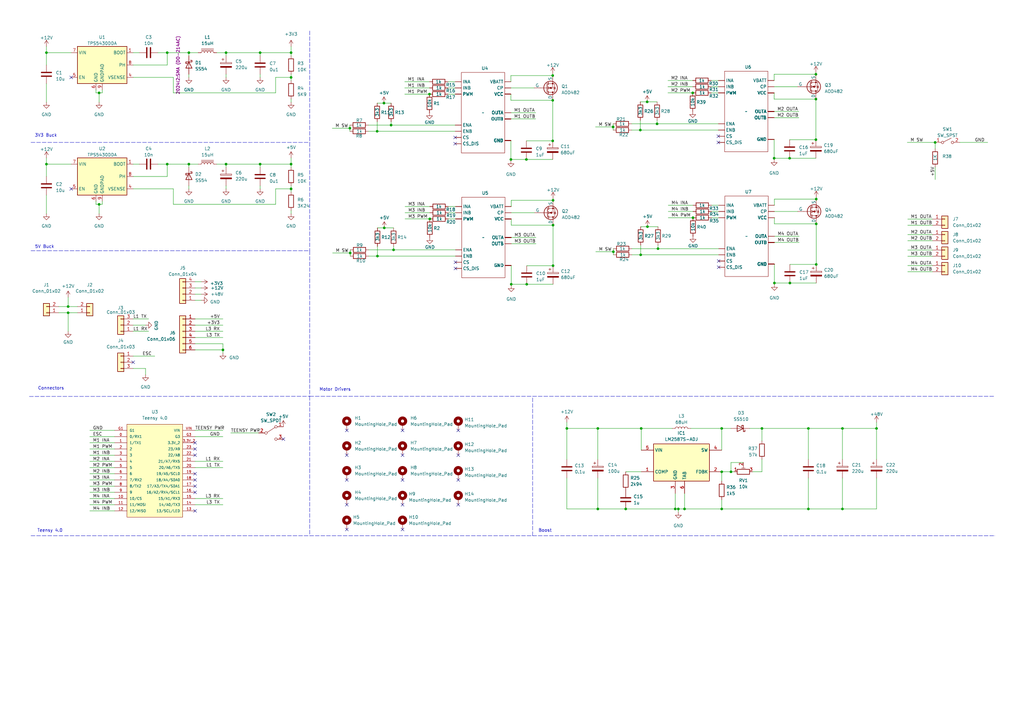
<source format=kicad_sch>
(kicad_sch (version 20230121) (generator eeschema)
  (paper "A3")
  (title_block (company "Sentinels Robotics"))
  (junction (at 119.38 67.31))
  (junction (at 269.875 101.981))
  (junction (at 77.47 67.31))
  (junction (at 312.5105 175.7275))
  (junction (at 154.813 105.029))
  (junction (at 209.55 65.405))
  (junction (at 245.2005 208.7475))
  (junction (at 284.226 89.281))
  (junction (at 27.94 125.73))
  (junction (at 296.0005 175.7275))
  (junction (at 334.772 108.458))
  (junction (at 157.48 42.291))
  (junction (at 317.5 64.897))
  (junction (at 251.587 103.251))
  (junction (at 345.5305 208.7475))
  (junction (at 160.401 51.308))
  (junction (at 209.677 116.586))
  (junction (at 77.47 21.59))
  (junction (at 284.099 38.1))
  (junction (at 278.2205 208.7475))
  (junction (at 265.557 92.964))
  (junction (at 317.627 116.078))
  (junction (at 334.645 40.64))
  (junction (at 143.637 103.759))
  (junction (at 331.5605 175.7275))
  (junction (at 334.772 81.661))
  (junction (at 334.772 91.821))
  (junction (at 383.54 58.42))
  (junction (at 92.71 21.59))
  (junction (at 157.607 93.472))
  (junction (at 216.027 116.586))
  (junction (at 280.7605 208.7475))
  (junction (at 323.85 64.897))
  (junction (at 119.38 21.59))
  (junction (at 296.0005 208.7475))
  (junction (at 19.05 21.59))
  (junction (at 262.636 53.34))
  (junction (at 345.5305 175.7275))
  (junction (at 19.05 67.31))
  (junction (at 245.2005 175.7275))
  (junction (at 262.763 104.521))
  (junction (at 176.276 89.789))
  (junction (at 232.5005 175.7275))
  (junction (at 334.645 30.48))
  (junction (at 331.5605 208.7475))
  (junction (at 119.38 31.75))
  (junction (at 40.64 38.1))
  (junction (at 296.0005 193.5075))
  (junction (at 359.5005 175.7275))
  (junction (at 119.38 77.47))
  (junction (at 226.822 108.966))
  (junction (at 40.64 83.82))
  (junction (at 265.43 41.783))
  (junction (at 143.51 52.578))
  (junction (at 226.695 57.785))
  (junction (at 226.822 92.329))
  (junction (at 27.94 128.27))
  (junction (at 68.58 67.31))
  (junction (at 262.9805 175.7275))
  (junction (at 334.645 57.277))
  (junction (at 154.686 53.848))
  (junction (at 215.9 65.405))
  (junction (at 323.977 116.078))
  (junction (at 269.494 50.8))
  (junction (at 176.149 38.608))
  (junction (at 226.695 30.988))
  (junction (at 256.6305 208.7475))
  (junction (at 106.68 67.31))
  (junction (at 106.68 21.59))
  (junction (at 92.71 67.31))
  (junction (at 68.58 21.59))
  (junction (at 226.695 41.148))
  (junction (at 299.8105 193.5075))
  (junction (at 251.46 52.07))
  (junction (at 161.417 102.489))
  (junction (at 276.9505 208.7475))
  (junction (at 226.822 82.169))
  (junction (at 91.44 143.51))
  (no_connect (at 54.61 148.59))
  (no_connect (at 294.64 58.42))
  (no_connect (at 186.817 107.569))
  (no_connect (at 142.24 196.85))
  (no_connect (at 294.767 107.061))
  (no_connect (at 165.1 217.17))
  (no_connect (at 80.01 209.55))
  (no_connect (at 116.2285 180.1169))
  (no_connect (at 80.01 184.15))
  (no_connect (at 142.24 186.69))
  (no_connect (at 187.96 176.53))
  (no_connect (at 29.21 31.75))
  (no_connect (at 142.24 207.01))
  (no_connect (at 142.24 217.17))
  (no_connect (at 142.24 176.53))
  (no_connect (at 80.01 181.61))
  (no_connect (at 80.01 186.69))
  (no_connect (at 187.96 196.85))
  (no_connect (at 186.69 58.928))
  (no_connect (at 165.1 176.53))
  (no_connect (at 165.1 207.01))
  (no_connect (at 294.64 55.88))
  (no_connect (at 186.69 56.388))
  (no_connect (at 165.1 196.85))
  (no_connect (at 80.01 194.31))
  (no_connect (at 80.01 201.93))
  (no_connect (at 80.01 199.39))
  (no_connect (at 187.96 186.69))
  (no_connect (at 165.1 186.69))
  (no_connect (at 187.96 207.01))
  (no_connect (at 186.817 110.109))
  (no_connect (at 80.01 196.85))
  (no_connect (at 29.21 77.47))
  (no_connect (at 294.767 109.601))
  (wire (pts (xy 92.71 30.48) (xy 92.71 31.75)))
  (polyline (pts (xy 12.7 102.87) (xy 127 102.87)) (stroke (width 0) (type dash)))
  (wire (pts (xy 345.5305 175.7275) (xy 359.5005 175.7275)))
  (wire (pts (xy 219.202 87.249) (xy 209.677 87.249)))
  (wire (pts (xy 157.607 93.472) (xy 161.417 93.472)))
  (wire (pts (xy 262.9805 184.6175) (xy 262.9805 175.7275)))
  (wire (pts (xy 19.05 80.01) (xy 19.05 87.63)))
  (wire (pts (xy 372.2999 111.4466) (xy 382.4599 111.4466)))
  (wire (pts (xy 27.94 128.27) (xy 27.94 135.89)))
  (wire (pts (xy 27.94 121.92) (xy 27.94 125.73)))
  (wire (pts (xy 262.636 49.403) (xy 262.636 53.34)))
  (wire (pts (xy 327.025 35.56) (xy 317.5 35.56)))
  (wire (pts (xy 183.769 36.068) (xy 186.69 36.068)))
  (wire (pts (xy 331.5605 175.7275) (xy 331.5605 188.4275)))
  (wire (pts (xy 82.55 115.57) (xy 80.01 115.57)))
  (wire (pts (xy 106.68 67.31) (xy 106.68 68.58)))
  (wire (pts (xy 91.44 140.97) (xy 80.01 140.97)))
  (wire (pts (xy 80.01 179.07) (xy 91.44 179.07)))
  (wire (pts (xy 19.05 67.31) (xy 19.05 72.39)))
  (wire (pts (xy 39.37 83.82) (xy 40.64 83.82)))
  (wire (pts (xy 280.7605 202.3975) (xy 280.7605 208.7475)))
  (wire (pts (xy 46.99 189.23) (xy 36.83 189.23)))
  (wire (pts (xy 80.01 191.77) (xy 91.44 191.77)))
  (wire (pts (xy 40.64 41.91) (xy 40.64 38.1)))
  (wire (pts (xy 183.769 33.528) (xy 186.69 33.528)))
  (wire (pts (xy 269.494 50.8) (xy 294.64 50.8)))
  (wire (pts (xy 41.91 83.82) (xy 40.64 83.82)))
  (wire (pts (xy 262.636 41.783) (xy 265.43 41.783)))
  (wire (pts (xy 119.38 64.77) (xy 119.38 67.31)))
  (wire (pts (xy 154.813 105.029) (xy 186.817 105.029)))
  (wire (pts (xy 291.846 84.201) (xy 294.767 84.201)))
  (wire (pts (xy 259.207 104.521) (xy 262.763 104.521)))
  (wire (pts (xy 165.989 36.068) (xy 176.149 36.068)))
  (wire (pts (xy 317.627 116.078) (xy 317.627 108.331)))
  (wire (pts (xy 46.99 181.61) (xy 36.83 181.61)))
  (wire (pts (xy 291.719 33.02) (xy 294.64 33.02)))
  (wire (pts (xy 77.47 67.31) (xy 77.47 68.58)))
  (wire (pts (xy 27.94 128.27) (xy 31.75 128.27)))
  (wire (pts (xy 296.0005 204.9375) (xy 296.0005 208.7475)))
  (wire (pts (xy 80.01 133.35) (xy 91.44 133.35)))
  (wire (pts (xy 284.099 33.02) (xy 273.939 33.02)))
  (wire (pts (xy 317.5 30.48) (xy 334.645 30.48)))
  (wire (pts (xy 334.645 29.718) (xy 334.645 30.48)))
  (wire (pts (xy 262.763 92.964) (xy 265.557 92.964)))
  (wire (pts (xy 262.636 53.34) (xy 294.64 53.34)))
  (wire (pts (xy 209.677 82.169) (xy 209.677 84.709)))
  (wire (pts (xy 274.066 86.741) (xy 284.226 86.741)))
  (wire (pts (xy 119.38 86.36) (xy 119.38 87.63)))
  (wire (pts (xy 54.61 31.75) (xy 71.12 31.75)))
  (wire (pts (xy 317.627 89.281) (xy 317.627 91.821)))
  (wire (pts (xy 301.0805 193.5075) (xy 299.8105 193.5075)))
  (wire (pts (xy 372.2999 96.2066) (xy 382.4599 96.2066)))
  (wire (pts (xy 209.677 116.586) (xy 216.027 116.586)))
  (wire (pts (xy 54.61 26.67) (xy 68.58 26.67)))
  (wire (pts (xy 119.38 30.48) (xy 119.38 31.75)))
  (wire (pts (xy 183.896 84.709) (xy 186.817 84.709)))
  (wire (pts (xy 154.686 53.848) (xy 186.69 53.848)))
  (wire (pts (xy 209.677 97.409) (xy 219.837 97.409)))
  (wire (pts (xy 46.99 184.15) (xy 36.83 184.15)))
  (wire (pts (xy 209.55 65.405) (xy 209.55 57.658)))
  (wire (pts (xy 269.875 101.981) (xy 294.767 101.981)))
  (wire (pts (xy 36.83 209.55) (xy 46.99 209.55)))
  (wire (pts (xy 113.03 31.75) (xy 119.38 31.75)))
  (wire (pts (xy 284.226 89.281) (xy 274.066 89.281)))
  (wire (pts (xy 393.7 58.42) (xy 405.13 58.42)))
  (wire (pts (xy 209.55 65.405) (xy 215.9 65.405)))
  (wire (pts (xy 91.44 143.51) (xy 80.01 143.51)))
  (polyline (pts (xy 218.44 219.71) (xy 218.44 162.56)) (stroke (width 0) (type dash)))
  (wire (pts (xy 71.12 77.47) (xy 71.12 83.82)))
  (wire (pts (xy 317.627 91.821) (xy 334.772 91.821)))
  (wire (pts (xy 41.91 36.83) (xy 41.91 38.1)))
  (wire (pts (xy 284.099 38.1) (xy 273.939 38.1)))
  (wire (pts (xy 54.61 72.39) (xy 68.58 72.39)))
  (wire (pts (xy 215.9 57.785) (xy 226.695 57.785)))
  (wire (pts (xy 251.46 52.07) (xy 244.221 52.07)))
  (wire (pts (xy 317.627 116.586) (xy 317.627 116.078)))
  (polyline (pts (xy 127 162.56) (xy 127 219.71)) (stroke (width 0) (type dash)))
  (wire (pts (xy 92.71 67.31) (xy 106.68 67.31)))
  (polyline (pts (xy 127 12.7) (xy 127 58.42)) (stroke (width 0) (type dash)))
  (wire (pts (xy 245.2005 208.7475) (xy 245.2005 196.0475)))
  (wire (pts (xy 80.01 207.01) (xy 91.44 207.01)))
  (wire (pts (xy 226.822 108.966) (xy 226.822 92.329)))
  (polyline (pts (xy 127 102.87) (xy 127 162.56)) (stroke (width 0) (type dash)))
  (wire (pts (xy 80.01 135.89) (xy 91.44 135.89)))
  (wire (pts (xy 46.99 207.01) (xy 36.83 207.01)))
  (wire (pts (xy 176.276 84.709) (xy 166.116 84.709)))
  (wire (pts (xy 251.46 50.8) (xy 251.46 52.07)))
  (wire (pts (xy 36.83 176.53) (xy 46.99 176.53)))
  (wire (pts (xy 151.13 53.848) (xy 154.686 53.848)))
  (wire (pts (xy 317.5 48.26) (xy 327.66 48.26)))
  (wire (pts (xy 71.12 83.82) (xy 113.03 83.82)))
  (wire (pts (xy 39.37 38.1) (xy 40.64 38.1)))
  (wire (pts (xy 41.91 82.55) (xy 41.91 83.82)))
  (wire (pts (xy 345.5305 175.7275) (xy 331.5605 175.7275)))
  (wire (pts (xy 280.7605 208.7475) (xy 278.2205 208.7475)))
  (wire (pts (xy 46.99 204.47) (xy 36.83 204.47)))
  (wire (pts (xy 232.5005 175.7275) (xy 245.2005 175.7275)))
  (wire (pts (xy 64.77 21.59) (xy 68.58 21.59)))
  (wire (pts (xy 80.01 176.53) (xy 91.44 176.53)))
  (wire (pts (xy 359.5005 175.7275) (xy 359.5005 173.1875)))
  (wire (pts (xy 82.55 120.65) (xy 80.01 120.65)))
  (wire (pts (xy 119.38 40.64) (xy 119.38 41.91)))
  (wire (pts (xy 226.695 30.226) (xy 226.695 30.988)))
  (wire (pts (xy 312.5105 175.7275) (xy 312.5105 180.8075)))
  (polyline (pts (xy 407.995 219.711) (xy 407.995 219.7138)))
  (wire (pts (xy 91.44 143.51) (xy 91.44 140.97)))
  (wire (pts (xy 92.71 76.2) (xy 92.71 77.47)))
  (wire (pts (xy 278.2205 210.0175) (xy 278.2205 208.7475)))
  (wire (pts (xy 119.38 31.75) (xy 119.38 33.02)))
  (wire (pts (xy 54.61 133.35) (xy 59.69 133.35)))
  (wire (pts (xy 383.54 68.58) (xy 383.54 73.66)))
  (wire (pts (xy 317.5 38.1) (xy 317.5 40.64)))
  (wire (pts (xy 119.38 21.59) (xy 119.38 22.86)))
  (wire (pts (xy 312.5105 188.4275) (xy 312.5105 193.5075)))
  (wire (pts (xy 317.5 64.897) (xy 323.85 64.897)))
  (wire (pts (xy 262.9805 193.5075) (xy 256.6305 193.5075)))
  (wire (pts (xy 226.822 81.407) (xy 226.822 82.169)))
  (wire (pts (xy 143.51 52.578) (xy 136.271 52.578)))
  (wire (pts (xy 92.71 21.59) (xy 106.68 21.59)))
  (wire (pts (xy 54.61 21.59) (xy 57.15 21.59)))
  (wire (pts (xy 334.645 57.277) (xy 334.645 40.64)))
  (wire (pts (xy 291.719 35.56) (xy 294.64 35.56)))
  (wire (pts (xy 216.027 116.586) (xy 226.822 116.586)))
  (wire (pts (xy 265.43 41.783) (xy 269.494 41.783)))
  (wire (pts (xy 299.8105 189.6975) (xy 299.8105 193.5075)))
  (wire (pts (xy 143.637 102.489) (xy 143.637 103.759)))
  (wire (pts (xy 82.55 123.19) (xy 80.01 123.19)))
  (wire (pts (xy 59.69 151.13) (xy 54.61 151.13)))
  (wire (pts (xy 291.719 38.1) (xy 294.64 38.1)))
  (wire (pts (xy 209.55 30.988) (xy 226.695 30.988)))
  (wire (pts (xy 77.47 67.31) (xy 81.28 67.31)))
  (wire (pts (xy 54.61 67.31) (xy 57.15 67.31)))
  (wire (pts (xy 345.5305 175.7275) (xy 345.5305 188.4275)))
  (polyline (pts (xy 12.7 219.71) (xy 127 219.71)) (stroke (width 0) (type dash)))
  (wire (pts (xy 209.55 38.608) (xy 209.55 41.148)))
  (polyline (pts (xy 127 162.56) (xy 407.67 162.56)) (stroke (width 0) (type dash)))
  (wire (pts (xy 71.12 31.75) (xy 71.12 38.1)))
  (wire (pts (xy 278.2205 208.7475) (xy 276.9505 208.7475)))
  (wire (pts (xy 143.51 51.308) (xy 143.51 52.578)))
  (wire (pts (xy 39.37 82.55) (xy 39.37 83.82)))
  (wire (pts (xy 88.9 67.31) (xy 92.71 67.31)))
  (wire (pts (xy 88.9 21.59) (xy 92.71 21.59)))
  (wire (pts (xy 161.417 102.489) (xy 186.817 102.489)))
  (wire (pts (xy 312.5105 175.7275) (xy 331.5605 175.7275)))
  (wire (pts (xy 143.637 103.759) (xy 143.637 105.029)))
  (wire (pts (xy 209.55 46.228) (xy 219.71 46.228)))
  (polyline (pts (xy 218.4438 219.711) (xy 407.995 219.711)) (stroke (width 0) (type dash)))
  (wire (pts (xy 331.5605 208.7475) (xy 331.5605 196.0475)))
  (wire (pts (xy 209.55 30.988) (xy 209.55 33.528)))
  (wire (pts (xy 19.05 67.31) (xy 19.05 64.77)))
  (wire (pts (xy 106.68 67.31) (xy 119.38 67.31)))
  (wire (pts (xy 259.08 50.8) (xy 269.494 50.8)))
  (wire (pts (xy 262.9805 175.7275) (xy 275.6805 175.7275)))
  (wire (pts (xy 154.686 49.911) (xy 154.686 53.848)))
  (wire (pts (xy 54.61 77.47) (xy 71.12 77.47)))
  (wire (pts (xy 334.772 108.458) (xy 334.772 91.821)))
  (wire (pts (xy 36.83 201.93) (xy 46.99 201.93)))
  (wire (pts (xy 276.9505 208.7475) (xy 256.6305 208.7475)))
  (wire (pts (xy 317.627 81.661) (xy 317.627 84.201)))
  (wire (pts (xy 176.149 38.608) (xy 165.989 38.608)))
  (wire (pts (xy 259.08 53.34) (xy 262.636 53.34)))
  (wire (pts (xy 359.5005 175.7275) (xy 359.5005 188.4275)))
  (wire (pts (xy 46.99 191.77) (xy 36.83 191.77)))
  (wire (pts (xy 19.05 21.59) (xy 19.05 19.05)))
  (wire (pts (xy 92.71 21.59) (xy 92.71 22.86)))
  (wire (pts (xy 216.027 108.966) (xy 226.822 108.966)))
  (wire (pts (xy 345.5305 208.7475) (xy 345.5305 196.0475)))
  (wire (pts (xy 251.46 52.07) (xy 251.46 53.34)))
  (wire (pts (xy 46.99 179.07) (xy 36.83 179.07)))
  (wire (pts (xy 209.677 89.789) (xy 209.677 92.329)))
  (wire (pts (xy 151.257 102.489) (xy 161.417 102.489)))
  (wire (pts (xy 345.5305 208.7475) (xy 359.5005 208.7475)))
  (wire (pts (xy 209.55 48.768) (xy 219.71 48.768)))
  (wire (pts (xy 143.51 52.578) (xy 143.51 53.848)))
  (wire (pts (xy 209.55 41.148) (xy 226.695 41.148)))
  (wire (pts (xy 262.9805 175.7275) (xy 245.2005 175.7275)))
  (wire (pts (xy 19.05 21.59) (xy 29.21 21.59)))
  (wire (pts (xy 251.587 103.251) (xy 244.348 103.251)))
  (wire (pts (xy 219.075 36.068) (xy 209.55 36.068)))
  (wire (pts (xy 296.0005 175.7275) (xy 299.8105 175.7275)))
  (wire (pts (xy 160.401 51.308) (xy 151.13 51.308)))
  (wire (pts (xy 68.58 67.31) (xy 77.47 67.31)))
  (wire (pts (xy 183.896 89.789) (xy 186.817 89.789)))
  (wire (pts (xy 94.6385 177.5769) (xy 106.0685 177.5769)))
  (wire (pts (xy 68.58 21.59) (xy 77.47 21.59)))
  (wire (pts (xy 176.276 89.789) (xy 166.116 89.789)))
  (wire (pts (xy 283.3005 175.7275) (xy 296.0005 175.7275)))
  (wire (pts (xy 119.38 76.2) (xy 119.38 77.47)))
  (wire (pts (xy 209.677 82.169) (xy 226.822 82.169)))
  (wire (pts (xy 27.94 125.73) (xy 31.75 125.73)))
  (wire (pts (xy 154.813 93.472) (xy 157.607 93.472)))
  (wire (pts (xy 71.12 38.1) (xy 113.03 38.1)))
  (wire (pts (xy 226.695 57.785) (xy 226.695 41.148)))
  (wire (pts (xy 24.13 128.27) (xy 27.94 128.27)))
  (wire (pts (xy 209.55 65.913) (xy 209.55 65.405)))
  (wire (pts (xy 262.763 100.584) (xy 262.763 104.521)))
  (wire (pts (xy 256.6305 208.7475) (xy 245.2005 208.7475)))
  (wire (pts (xy 80.01 130.81) (xy 91.44 130.81)))
  (wire (pts (xy 232.5005 196.0475) (xy 232.5005 208.7475)))
  (wire (pts (xy 276.9505 202.3975) (xy 276.9505 208.7475)))
  (polyline (pts (xy 127 219.71) (xy 218.44 219.71)) (stroke (width 0) (type dash)))
  (wire (pts (xy 317.627 96.901) (xy 327.787 96.901)))
  (wire (pts (xy 232.5005 175.7275) (xy 232.5005 188.4275)))
  (wire (pts (xy 312.5105 193.5075) (xy 308.7005 193.5075)))
  (wire (pts (xy 372.2999 102.5566) (xy 382.4599 102.5566)))
  (wire (pts (xy 323.977 108.458) (xy 334.772 108.458)))
  (wire (pts (xy 183.769 38.608) (xy 186.69 38.608)))
  (wire (pts (xy 68.58 72.39) (xy 68.58 67.31)))
  (wire (pts (xy 280.7605 208.7475) (xy 296.0005 208.7475)))
  (wire (pts (xy 77.47 21.59) (xy 81.28 21.59)))
  (wire (pts (xy 317.627 116.078) (xy 323.977 116.078)))
  (wire (pts (xy 269.875 100.584) (xy 269.875 101.981)))
  (wire (pts (xy 273.939 35.56) (xy 284.099 35.56)))
  (wire (pts (xy 262.763 104.521) (xy 294.767 104.521)))
  (wire (pts (xy 232.5005 173.1875) (xy 232.5005 175.7275)))
  (wire (pts (xy 46.99 196.85) (xy 36.83 196.85)))
  (wire (pts (xy 296.0005 175.7275) (xy 296.0005 184.6175)))
  (wire (pts (xy 296.0005 208.7475) (xy 331.5605 208.7475)))
  (wire (pts (xy 161.417 101.092) (xy 161.417 102.489)))
  (wire (pts (xy 259.207 101.981) (xy 269.875 101.981)))
  (wire (pts (xy 154.813 101.092) (xy 154.813 105.029)))
  (polyline (pts (xy 12.7 58.42) (xy 127 58.42)) (stroke (width 0) (type dash)))
  (wire (pts (xy 40.64 87.63) (xy 40.64 83.82)))
  (wire (pts (xy 160.401 49.911) (xy 160.401 51.308)))
  (wire (pts (xy 372.2999 98.7466) (xy 382.4599 98.7466)))
  (wire (pts (xy 77.47 21.59) (xy 77.47 22.86)))
  (wire (pts (xy 80.01 189.23) (xy 91.44 189.23)))
  (wire (pts (xy 331.5605 208.7475) (xy 345.5305 208.7475)))
  (wire (pts (xy 291.846 89.281) (xy 294.767 89.281)))
  (wire (pts (xy 383.54 58.42) (xy 372.11 58.42)))
  (wire (pts (xy 372.2999 92.3966) (xy 382.4599 92.3966)))
  (wire (pts (xy 284.226 84.201) (xy 274.066 84.201)))
  (wire (pts (xy 54.61 146.05) (xy 63.5 146.05)))
  (wire (pts (xy 317.5 30.48) (xy 317.5 33.02)))
  (wire (pts (xy 176.149 33.528) (xy 165.989 33.528)))
  (wire (pts (xy 80.01 138.43) (xy 91.44 138.43)))
  (wire (pts (xy 19.05 34.29) (xy 19.05 41.91)))
  (wire (pts (xy 77.47 76.2) (xy 77.47 77.47)))
  (wire (pts (xy 317.5 64.897) (xy 317.5 57.15)))
  (wire (pts (xy 317.5 40.64) (xy 334.645 40.64)))
  (wire (pts (xy 27.94 125.73) (xy 24.13 125.73)))
  (wire (pts (xy 317.5 45.72) (xy 327.66 45.72)))
  (wire (pts (xy 77.47 30.48) (xy 77.47 31.75)))
  (wire (pts (xy 166.116 87.249) (xy 176.276 87.249)))
  (wire (pts (xy 304.8905 189.6975) (xy 299.8105 189.6975)))
  (wire (pts (xy 119.38 77.47) (xy 119.38 78.74)))
  (wire (pts (xy 183.896 87.249) (xy 186.817 87.249)))
  (wire (pts (xy 251.587 103.251) (xy 251.587 104.521)))
  (wire (pts (xy 359.5005 208.7475) (xy 359.5005 196.0475)))
  (wire (pts (xy 209.677 99.949) (xy 219.837 99.949)))
  (wire (pts (xy 154.686 42.291) (xy 157.48 42.291)))
  (wire (pts (xy 113.03 77.47) (xy 119.38 77.47)))
  (wire (pts (xy 296.0005 193.5075) (xy 296.0005 197.3175)))
  (polyline (pts (xy 127 58.42) (xy 127 102.87)) (stroke (width 0) (type dash)))
  (wire (pts (xy 54.61 130.81) (xy 60.96 130.81)))
  (wire (pts (xy 157.48 42.291) (xy 160.401 42.291)))
  (wire (pts (xy 92.71 67.31) (xy 92.71 68.58)))
  (wire (pts (xy 209.677 116.586) (xy 209.677 108.839)))
  (wire (pts (xy 323.85 64.897) (xy 334.645 64.897)))
  (wire (pts (xy 19.05 67.31) (xy 29.21 67.31)))
  (wire (pts (xy 317.5 65.405) (xy 317.5 64.897)))
  (wire (pts (xy 106.68 21.59) (xy 106.68 22.86)))
  (wire (pts (xy 82.55 118.11) (xy 80.01 118.11)))
  (wire (pts (xy 39.37 36.83) (xy 39.37 38.1)))
  (wire (pts (xy 54.61 135.89) (xy 60.96 135.89)))
  (wire (pts (xy 106.68 30.48) (xy 106.68 31.75)))
  (wire (pts (xy 36.83 186.69) (xy 46.99 186.69)))
  (wire (pts (xy 372.2999 108.9066) (xy 382.4599 108.9066)))
  (wire (pts (xy 41.91 38.1) (xy 40.64 38.1)))
  (wire (pts (xy 59.69 153.67) (xy 59.69 151.13)))
  (wire (pts (xy 143.637 103.759) (xy 136.398 103.759)))
  (wire (pts (xy 232.5005 208.7475) (xy 245.2005 208.7475)))
  (wire (pts (xy 113.03 38.1) (xy 113.03 31.75)))
  (wire (pts (xy 151.257 105.029) (xy 154.813 105.029)))
  (wire (pts (xy 334.772 80.899) (xy 334.772 81.661)))
  (polyline (pts (xy 12.0396 162.6108) (xy 127 162.56)) (stroke (width 0) (type dash)))
  (wire (pts (xy 265.557 92.964) (xy 269.875 92.964)))
  (wire (pts (xy 209.677 92.329) (xy 226.822 92.329)))
  (wire (pts (xy 106.68 76.2) (xy 106.68 77.47)))
  (wire (pts (xy 317.627 81.661) (xy 334.772 81.661)))
  (wire (pts (xy 80.01 204.47) (xy 91.44 204.47)))
  (wire (pts (xy 91.44 144.78) (xy 91.44 143.51)))
  (wire (pts (xy 36.83 194.31) (xy 46.99 194.31)))
  (wire (pts (xy 64.77 67.31) (xy 68.58 67.31)))
  (wire (pts (xy 323.977 116.078) (xy 334.772 116.078)))
  (wire (pts (xy 209.677 117.094) (xy 209.677 116.586)))
  (wire (pts (xy 327.152 86.741) (xy 317.627 86.741)))
  (wire (pts (xy 372.2999 89.8566) (xy 382.4599 89.8566)))
  (wire (pts (xy 291.846 86.741) (xy 294.767 86.741)))
  (wire (pts (xy 68.58 26.67) (xy 68.58 21.59)))
  (wire (pts (xy 215.9 65.405) (xy 226.695 65.405)))
  (wire (pts (xy 245.2005 175.7275) (xy 245.2005 188.4275)))
  (wire (pts (xy 119.38 67.31) (xy 119.38 68.58)))
  (wire (pts (xy 251.587 101.981) (xy 251.587 103.251)))
  (wire (pts (xy 106.68 21.59) (xy 119.38 21.59)))
  (wire (pts (xy 19.05 21.59) (xy 19.05 26.67)))
  (wire (pts (xy 119.38 19.05) (xy 119.38 21.59)))
  (wire (pts (xy 323.85 57.277) (xy 334.645 57.277)))
  (wire (pts (xy 317.627 99.441) (xy 327.787 99.441)))
  (wire (pts (xy 296.0005 193.5075) (xy 299.8105 193.5075)))
  (wire (pts (xy 307.4305 175.7275) (xy 312.5105 175.7275)))
  (wire (pts (xy 372.2999 105.0966) (xy 382.4599 105.0966)))
  (wire (pts (xy 46.99 199.39) (xy 36.83 199.39)))
  (wire (pts (xy 160.401 51.308) (xy 186.69 51.308)))
  (wire (pts (xy 269.494 49.403) (xy 269.494 50.8)))
  (wire (pts (xy 113.03 83.82) (xy 113.03 77.47)))
  (wire (pts (xy 383.54 58.42) (xy 383.54 60.96)))
  (text "Boost" (at 220.8045 218.425 0) (effects (font (size 1.27 1.27)) (justify left bottom)))
  (text "Connectors" (at 15.5449 160.0903 0) (effects (font (size 1.27 1.27)) (justify left bottom)))
  (text "Motor Drivers" (at 130.9519 160.5888 0) (effects (font (size 1.27 1.27)) (justify left bottom)))
  (text "5V Buck" (at 14.2837 102.026 0) (effects (font (size 1.27 1.27)) (justify left bottom)))
  (text "3V3 Buck" (at 14.224 56.388 0) (effects (font (size 1.27 1.27)) (justify left bottom)))
  (text "Teensy 4.0\n" (at 15.24 218.44 0) (effects (font (size 1.27 1.27)) (justify left bottom)))
  (label "M2 OUTA" (at 373.5699 96.2066 0))
  (label "M1 PWM" (at 38.1 184.15 0))
  (label "M4 OUTA" (at 318.897 96.901 0))
  (label "+5V" (at 90.17 130.81 180))
  (label "M3 INB" (at 167.386 87.249 0))
  (label "L3 RX" (at 90.17 135.89 180))
  (label "M1 INA" (at 38.1 181.61 0))
  (label "M1 INA" (at 167.259 33.528 0))
  (label "+3V3" (at 90.17 133.35 180))
  (label "M2 OUTB" (at 318.77 48.26 0))
  (label "M4 INA" (at 38.1 204.47 0))
  (label "M4 INB" (at 275.336 86.741 0))
  (label "L1 RX" (at 90.17 189.23 180))
  (label "M4 INB" (at 38.1 209.55 0))
  (label "M1 OUTB" (at 373.5699 92.3966 0))
  (label "M4 INA" (at 275.336 84.201 0))
  (label "M3 PWM" (at 38.1 199.39 0))
  (label "M1 INB" (at 167.259 36.068 0))
  (label "M3 OUTB" (at 210.947 99.949 0))
  (label "M3 OUTA" (at 210.947 97.409 0))
  (label "M3 INB" (at 38.1 201.93 0))
  (label "L3 TX" (at 90.17 138.43 180))
  (label "GND" (at 90.17 179.07 180))
  (label "M1 PWM" (at 167.259 38.608 0))
  (label "M2 INB" (at 38.1 194.31 0))
  (label "M1 OUTA" (at 373.5699 89.8566 0))
  (label "M SW" (at 137.668 103.759 0))
  (label "M2 PWM" (at 275.209 38.1 0))
  (label "M SW" (at 245.491 52.07 0))
  (label "TEENSY PWR" (at 80.01 176.53 0))
  (label "GND" (at 38.1 176.53 0))
  (label "M2 OUTB" (at 373.5699 98.7466 0))
  (label "L1 TX" (at 90.17 191.77 180))
  (label "L1 RX" (at 54.61 135.89 0))
  (label "M1 OUTA" (at 210.82 46.228 0))
  (label "M SW" (at 245.618 103.251 0))
  (label "M4 PWM" (at 275.336 89.281 0))
  (label "M3 OUTB" (at 373.5699 105.0966 0))
  (label "M3 PWM" (at 167.386 89.789 0))
  (label "L3 RX" (at 90.17 204.47 180))
  (label "M SW" (at 137.541 52.578 0))
  (label "L1 TX" (at 54.61 130.81 0))
  (label "TEENSY PWR" (at 94.6385 177.5769 0))
  (label "M2 PWM" (at 38.1 191.77 0))
  (label "M2 INA" (at 38.1 189.23 0))
  (label "M3 OUTA" (at 373.5699 102.5566 0))
  (label "M4 OUTA" (at 373.5699 108.9066 0))
  (label "M4 OUTB" (at 318.897 99.441 0))
  (label "M2 INA" (at 275.209 33.02 0))
  (label "+5V" (at 383.54 72.39 90))
  (label "L3 TX" (at 90.17 207.01 180))
  (label "M1 OUTB" (at 210.82 48.768 0))
  (label "M2 OUTA" (at 318.77 45.72 0))
  (label "M SW" (at 373.38 58.42 0))
  (label "M4 PWM" (at 38.1 207.01 0))
  (label "ESC" (at 58.42 146.05 0))
  (label "M3 INA" (at 38.1 196.85 0))
  (label "M3 INA" (at 167.386 84.709 0))
  (label "M1 INB" (at 38.1 186.69 0))
  (label "ESC" (at 38.1 179.07 0))
  (label "M4 OUTB" (at 373.5699 111.4466 0))
  (label "GND" (at 403.86 58.42 180))
  (label "M2 INB" (at 275.209 35.56 0))
  (symbol (lib_id "Mechanical:MountingHole_Pad") (at 187.96 173.99 0) (unit 1) (in_bom no)
    (property "Reference" "H11" (at 190.5 172.085 0) (effects (justify left)))
    (property "Value" "MountingHole_Pad" (at 190.5 174.625 0) (effects (justify left)))
    (property "Footprint" "MountingHole:MountingHole_3.2mm_M3_Pad_Via" (effects hide))
  )
  (symbol (lib_id "power:+5V") (at 119.38 64.77 0) (unit 1)
    (property "Reference" "#PWR024" (effects hide))
    (property "Value" "+5V" (at 119.38 60.452 0))
  )
  (symbol (lib_id "Device:C_Polarized") (at 92.71 26.67 0) (unit 1)
    (property "Reference" "C5" (at 96.52 25.146 0) (effects (justify left)))
    (property "Value" "220u" (at 96.52 27.686 0) (effects (justify left)))
    (property "Footprint" "2024l2:EIA-7343-D" (effects hide))
    (property "LCSC" "C5348248" (effects hide))
  )
  (symbol (lib_id "Mechanical:MountingHole_Pad") (at 187.96 204.47 0) (unit 1) (in_bom no)
    (property "Reference" "H14" (at 190.5 202.565 0) (effects (justify left)))
    (property "Value" "MountingHole_Pad" (at 190.5 205.105 0) (effects (justify left)))
    (property "Footprint" "MountingHole:MountingHole_3.2mm_M3_Pad_Via" (effects hide))
  )
  (symbol (lib_id "Device:R") (at 287.909 33.02 90) (unit 1)
    (property "Reference" "R30" (at 294.64 34.29 90) (effects (justify left)))
    (property "Value" "1k" (at 289.052 33.02 90) (effects (justify left)))
    (property "Footprint" "2024l2:res0603" (effects hide))
  )
  (symbol (lib_id "power:GND") (at 59.69 153.67 0) (mirror y) (unit 1)
    (property "Reference" "#PWR010" (effects hide))
    (property "Value" "GND" (at 59.69 158.75 0))
  )
  (symbol (lib_id "power:+12V") (at 19.05 19.05 0) (unit 1)
    (property "Reference" "#PWR01" (effects hide))
    (property "Value" "+12V" (at 19.05 15.4785 0))
  )
  (symbol (lib_id "Device:C") (at 60.96 67.31 90) (unit 1)
    (property "Reference" "C4" (at 60.96 60.96 90))
    (property "Value" "10n" (at 60.96 63.5 90))
    (property "Footprint" "2024l2:cap0603" (effects hide))
    (property "LCSC" "C597236" (effects hide))
  )
  (symbol (lib_id "Device:R") (at 312.5105 184.6175 0) (mirror y) (unit 1)
    (property "Reference" "R37" (at 310.7325 183.9825 0) (effects (justify left)))
    (property "Value" "57k" (at 310.7325 186.5225 0) (effects (justify left)))
    (property "Footprint" "2024l2:res0603" (effects hide))
    (property "LCSC" "C23082" (effects hide))
  )
  (symbol (lib_id "power:GND") (at 106.68 77.47 0) (unit 1)
    (property "Reference" "#PWR021" (effects hide))
    (property "Value" "GND" (at 106.68 82.55 0))
  )
  (symbol (lib_id "power:GND") (at 209.677 117.094 0) (unit 1)
    (property "Reference" "#PWR029" (effects hide))
    (property "Value" "GND" (at 209.677 122.682 0))
  )
  (symbol (lib_id "power:GND") (at 77.47 77.47 0) (unit 1)
    (property "Reference" "#PWR012" (effects hide))
    (property "Value" "GND" (at 77.47 82.55 0))
  )
  (symbol (lib_id "power:+12V") (at 226.822 81.407 0) (unit 1)
    (property "Reference" "#PWR031" (effects hide))
    (property "Value" "+12V" (at 226.822 77.9041 0))
  )
  (symbol (lib_id "Device:C") (at 19.05 30.48 0) (unit 1)
    (property "Reference" "C1" (at 22.86 29.845 0) (effects (justify left)))
    (property "Value" "10u" (at 22.86 32.385 0) (effects (justify left)))
    (property "Footprint" "2024l2:cap0603" (effects hide))
    (property "LCSC" "C92487" (effects hide))
  )
  (symbol (lib_id "Device:R") (at 269.494 45.593 0) (unit 1)
    (property "Reference" "R28" (at 271.0095 45.6177 0) (effects (justify left)))
    (property "Value" "3k3" (at 269.5117 47.3558 90) (effects (justify left)))
    (property "Footprint" "2024l2:res0603" (effects hide))
  )
  (symbol (lib_id "Device:C_Polarized") (at 334.645 61.087 0) (unit 1)
    (property "Reference" "C19" (at 337.82 59.563 0) (effects (justify left)))
    (property "Value" "680uF" (at 337.82 62.103 0) (effects (justify left)))
    (property "Footprint" "Capacitor_SMD:CP_Elec_10x10.5" (effects hide))
  )
  (symbol (lib_id "power:GND") (at 27.94 135.89 0) (unit 1)
    (property "Reference" "#PWR06" (effects hide))
    (property "Value" "GND" (at 27.94 140.335 0))
  )
  (symbol (lib_id "power:+5V") (at 157.48 42.291 0) (unit 1)
    (property "Reference" "#PWR026" (effects hide))
    (property "Value" "+5V" (at 157.48 38.1 0))
  )
  (symbol (lib_id "Connector_Generic:Conn_01x06") (at 74.93 135.89 0) (mirror y) (unit 1)
    (property "Reference" "J6" (at 71.964 136.525 0) (effects (justify left)))
    (property "Value" "Conn_01x06" (at 71.964 139.065 0) (effects (justify left)))
    (property "Footprint" "Connector_JST:JST_XH_B6B-XH-A_1x06_P2.50mm_Vertical" (effects hide))
  )
  (symbol (lib_id "Mechanical:MountingHole_Pad") (at 165.1 184.15 0) (unit 1) (in_bom no)
    (property "Reference" "H7" (at 168.275 181.6099 0) (effects (justify left)))
    (property "Value" "MountingHole_Pad" (at 168.275 184.1499 0) (effects (justify left)))
    (property "Footprint" "MountingHole:MountingHole_3.2mm_M3_Pad_Via" (effects hide))
  )
  (symbol (lib_id "Device:C_Polarized") (at 245.2005 192.2375 0) (unit 1)
    (property "Reference" "C14" (at 249.2645 190.7135 0) (effects (justify left)))
    (property "Value" "100u" (at 249.2645 193.2535 0) (effects (justify left)))
    (property "Footprint" "Capacitor_SMD:CP_Elec_8x10.5" (effects hide))
    (property "LCSC" "C5355007" (effects hide))
  )
  (symbol (lib_id "power:+48V") (at 82.55 120.65 270) (unit 1)
    (property "Reference" "#PWR015" (effects hide))
    (property "Value" "+48V" (at 86.36 120.6499 90) (effects (justify left)))
  )
  (symbol (lib_id "power:GND") (at 284.099 45.72 0) (unit 1)
    (property "Reference" "#PWR043" (effects hide))
    (property "Value" "GND" (at 284.1392 49.6816 0))
  )
  (symbol (lib_id "power:GND") (at 317.627 116.586 0) (unit 1)
    (property "Reference" "#PWR037" (effects hide))
    (property "Value" "GND" (at 317.627 122.174 0))
  )
  (symbol (lib_id "power:GND") (at 106.68 31.75 0) (unit 1)
    (property "Reference" "#PWR020" (effects hide))
    (property "Value" "GND" (at 106.68 36.83 0))
  )
  (symbol (lib_id "Device:R") (at 179.959 36.068 270) (unit 1)
    (property "Reference" "R16" (at 182.88 37.211 90) (effects (justify left)))
    (property "Value" "1k" (at 178.816 36.068 90) (effects (justify left)))
    (property "Footprint" "2024l2:res0603" (effects hide))
  )
  (symbol (lib_id "power:+12V") (at 82.55 118.11 270) (unit 1)
    (property "Reference" "#PWR014" (effects hide))
    (property "Value" "+12V" (at 86.36 118.1099 90) (effects (justify left)))
  )
  (symbol (lib_id "Mechanical:MountingHole_Pad") (at 142.24 204.47 0) (unit 1) (in_bom no)
    (property "Reference" "H4" (at 145.415 201.9299 0) (effects (justify left)))
    (property "Value" "MountingHole_Pad" (at 145.415 204.4699 0) (effects (justify left)))
    (property "Footprint" "MountingHole:MountingHole_3.2mm_M3_Pad_Via" (effects hide))
  )
  (symbol (lib_id "Device:C") (at 19.05 76.2 0) (unit 1)
    (property "Reference" "C2" (at 22.86 75.565 0) (effects (justify left)))
    (property "Value" "10u" (at 22.86 78.105 0) (effects (justify left)))
    (property "Footprint" "2024l2:cap0603" (effects hide))
    (property "LCSC" "C92487" (effects hide))
  )
  (symbol (lib_id "Device:R") (at 180.086 89.789 270) (unit 1)
    (property "Reference" "R20" (at 183.007 91.059 90) (effects (justify left)))
    (property "Value" "1k" (at 178.943 89.789 90) (effects (justify left)))
    (property "Footprint" "2024l2:res0603" (effects hide))
  )
  (symbol (lib_id "Device:R") (at 287.909 35.56 270) (unit 1)
    (property "Reference" "R31" (at 290.83 36.703 90) (effects (justify left)))
    (property "Value" "1k" (at 286.766 35.56 90) (effects (justify left)))
    (property "Footprint" "2024l2:res0603" (effects hide))
  )
  (symbol (lib_id "Device:R") (at 176.149 42.418 0) (unit 1)
    (property "Reference" "R1" (at 177.6882 42.4267 0) (effects (justify left)))
    (property "Value" "10k" (at 176.1621 44.193 90) (effects (justify left)))
    (property "Footprint" "2024l2:res0603" (effects hide))
  )
  (symbol (lib_id "Device:R") (at 288.036 84.201 90) (unit 1)
    (property "Reference" "R33" (at 294.767 85.471 90) (effects (justify left)))
    (property "Value" "1k" (at 289.179 84.201 90) (effects (justify left)))
    (property "Footprint" "2024l2:res0603" (effects hide))
  )
  (symbol (lib_id "Device:C_Polarized") (at 345.5305 192.2375 0) (unit 1)
    (property "Reference" "C21" (at 349.3405 190.7135 0) (effects (justify left)))
    (property "Value" "220u" (at 349.3405 193.2535 0) (effects (justify left)))
    (property "Footprint" "Capacitor_SMD:CP_Elec_10x10.5" (effects hide))
    (property "LCSC" "C7471900" (effects hide))
  )
  (symbol (lib_id "Device:C") (at 331.5605 192.2375 0) (unit 1)
    (property "Reference" "C18" (at 334.7355 190.9674 0) (effects (justify left)))
    (property "Value" "0.1u" (at 334.7355 193.5074 0) (effects (justify left)))
    (property "Footprint" "2024l2:cap0603" (effects hide))
    (property "LCSC" "C5128349" (effects hide))
  )
  (symbol (lib_id "Device:R") (at 284.226 93.091 0) (unit 1)
    (property "Reference" "R40" (at 285.7652 93.0997 0) (effects (justify left)))
    (property "Value" "10k" (at 284.2391 94.866 90) (effects (justify left)))
    (property "Footprint" "2024l2:res0603" (effects hide))
  )
  (symbol (lib_id "Device:R") (at 255.27 50.8 90) (unit 1)
    (property "Reference" "R21" (at 256.667 48.895 90) (effects (justify left)))
    (property "Value" "1k" (at 256.413 50.8 90) (effects (justify left)))
    (property "Footprint" "2024l2:res0603" (effects hide))
  )
  (symbol (lib_id "LM2587S-ADJ_NOPB:LM2587S-ADJ_NOPB") (at 279.4905 189.6975 0) (unit 1)
    (property "Reference" "IC1" (at 279.4905 177.6325 0))
    (property "Value" "LM2587S-ADJ" (at 279.4905 180.1725 0))
    (property "Footprint" "2024l2:TO170P1435X465-6N" (effects hide))
    (property "Datasheet" "http://www.ti.com/lit/ds/symlink/lm2587.pdf" (effects hide))
    (property "LCSC" "C1355343" (effects hide))
    (property "Height" "4.65" (effects hide))
    (property "Manufacturer_Name" "Texas Instruments" (effects hide))
    (property "Manufacturer_Part_Number" "LM2587S-ADJ/NOPB" (effects hide))
    (property "Mouser Part Number" "926-LM2587S-ADJ/NOPB" (effects hide))
    (property "Mouser Price/Stock" "https://www.mouser.co.uk/ProductDetail/Texas-Instruments/LM2587S-ADJ-NOPB?qs=X1J7HmVL2ZEPViE%252BXoggZw%3D%3D" (effects hide))
    (property "Arrow Part Number" "LM2587S-ADJ/NOPB" (effects hide))
    (property "Arrow Price/Stock" "https://www.arrow.com/en/products/lm2587s-adjnopb/texas-instruments?region=nac" (effects hide))
  )
  (symbol (lib_id "power:GND") (at 209.55 65.913 0) (unit 1)
    (property "Reference" "#PWR028" (effects hide))
    (property "Value" "GND" (at 209.55 71.501 0))
  )
  (symbol (lib_id "Connector_Generic:Conn_01x03") (at 49.53 148.59 0) (mirror y) (unit 1)
    (property "Reference" "J4" (at 49.53 139.7 0))
    (property "Value" "Conn_01x03" (at 49.53 142.24 0))
    (property "Footprint" "Connector_PinSocket_2.54mm:PinSocket_1x03_P2.54mm_Vertical" (effects hide))
  )
  (symbol (lib_id "power:GND") (at 40.64 41.91 0) (unit 1)
    (property "Reference" "#PWR07" (effects hide))
    (property "Value" "GND" (at 40.64 46.99 0))
  )
  (symbol (lib_name "VNH5019_1") (lib_id "Device (Modified):VNH5019") (at 198.12 46.228 0) (unit 1)
    (property "Reference" "U4" (at 198.8542 27.9996 0))
    (property "Value" "~" (at 198.12 46.228 0))
    (property "Footprint" "Package_SO:ST_MultiPowerSO-30" (effects hide))
  )
  (symbol (lib_id "Device:C_Polarized") (at 334.772 112.268 0) (unit 1)
    (property "Reference" "C20" (at 337.947 110.744 0) (effects (justify left)))
    (property "Value" "680uF" (at 337.947 113.284 0) (effects (justify left)))
    (property "Footprint" "Capacitor_SMD:CP_Elec_10x10.5" (effects hide))
  )
  (symbol (lib_id "power:+5V") (at 265.557 92.964 0) (unit 1)
    (property "Reference" "#PWR034" (effects hide))
    (property "Value" "+5V" (at 265.557 88.773 0))
  )
  (symbol (lib_id "Device:R") (at 119.38 36.83 0) (unit 1)
    (property "Reference" "R4" (at 121.92 36.195 0) (effects (justify left)))
    (property "Value" "5K9" (at 121.92 38.735 0) (effects (justify left)))
    (property "Footprint" "2024l2:res0603" (effects hide))
    (property "LCSC" "C23071" (effects hide))
  )
  (symbol (lib_id "Mechanical:MountingHole_Pad") (at 142.24 173.99 0) (unit 1) (in_bom no)
    (property "Reference" "H1" (at 145.415 171.4499 0) (effects (justify left)))
    (property "Value" "MountingHole_Pad" (at 145.415 173.9899 0) (effects (justify left)))
    (property "Footprint" "MountingHole:MountingHole_3.2mm_M3_Pad_Via" (effects hide))
  )
  (symbol (lib_id "Device:R") (at 383.54 64.77 0) (unit 1)
    (property "Reference" "R38" (at 386.4853 64.135 0) (effects (justify left)))
    (property "Value" "1K" (at 383.5676 66.0215 90) (effects (justify left)))
    (property "Footprint" "2024l2:res0603" (effects hide))
    (property "LCSC" "C21190" (effects hide))
  )
  (symbol (lib_name "VNH5019_1") (lib_id "Device (Modified):VNH5019") (at 198.247 97.409 0) (unit 1)
    (property "Reference" "U5" (at 198.9812 79.1806 0))
    (property "Value" "~" (at 198.247 97.409 0))
    (property "Footprint" "Package_SO:ST_MultiPowerSO-30" (effects hide))
  )
  (symbol (lib_id "power:GND") (at 40.64 87.63 0) (unit 1)
    (property "Reference" "#PWR08" (effects hide))
    (property "Value" "GND" (at 40.64 92.71 0))
  )
  (symbol (lib_id "power:+5V") (at 157.607 93.472 0) (unit 1)
    (property "Reference" "#PWR027" (effects hide))
    (property "Value" "+5V" (at 157.607 89.281 0))
  )
  (symbol (lib_id "Device:R") (at 154.686 46.101 0) (unit 1)
    (property "Reference" "R11" (at 156.2015 46.1257 0) (effects (justify left)))
    (property "Value" "3k3" (at 154.7037 47.8638 90) (effects (justify left)))
    (property "Footprint" "2024l2:res0603" (effects hide))
  )
  (symbol (lib_id "Switch:SW_SPDT") (at 111.1485 177.5769 0) (unit 1)
    (property "Reference" "SW2" (at 111.1485 169.9569 0))
    (property "Value" "SW_SPDT" (at 111.1485 172.4969 0))
    (property "Footprint" "2024l3:SS12D00G3" (effects hide))
  )
  (symbol (lib_id "power:+12V") (at 27.94 121.92 0) (unit 1)
    (property "Reference" "#PWR05" (effects hide))
    (property "Value" "+12V" (at 27.94 117.348 0))
  )
  (symbol (lib_id "Device:R") (at 262.763 96.774 0) (unit 1)
    (property "Reference" "R27" (at 264.2785 96.7987 0) (effects (justify left)))
    (property "Value" "3k3" (at 262.7807 98.5368 90) (effects (justify left)))
    (property "Footprint" "2024l2:res0603" (effects hide))
  )
  (symbol (lib_id "Device:L_Iron") (at 85.09 21.59 90) (unit 1)
    (property "Reference" "L1" (at 85.09 15.24 90))
    (property "Value" "15uH" (at 85.09 17.78 90))
    (property "Footprint" "2024l2:0630 One Piece Inductor" (effects hide))
    (property "LCSC" "C5189959" (effects hide))
  )
  (symbol (lib_id "power:GND") (at 284.226 96.901 0) (unit 1)
    (property "Reference" "#PWR044" (effects hide))
    (property "Value" "GND" (at 284.2662 100.8626 0))
  )
  (symbol (lib_id "Device:R") (at 147.447 105.029 270) (unit 1)
    (property "Reference" "R10" (at 146.05 106.934 90) (effects (justify left)))
    (property "Value" "1k" (at 146.304 105.029 90) (effects (justify left)))
    (property "Footprint" "2024l2:res0603" (effects hide))
  )
  (symbol (lib_id "power:+5V") (at 116.2285 175.0369 0) (unit 1)
    (property "Reference" "#PWR045" (effects hide))
    (property "Value" "+5V" (at 116.2285 170.8048 0))
  )
  (symbol (lib_id "Device:C_Polarized") (at 92.71 72.39 0) (unit 1)
    (property "Reference" "C6" (at 96.52 70.866 0) (effects (justify left)))
    (property "Value" "220u" (at 96.52 73.406 0) (effects (justify left)))
    (property "Footprint" "2024l2:EIA-7343-D" (effects hide))
    (property "LCSC" "C5348248" (effects hide))
  )
  (symbol (lib_id "Mechanical:MountingHole_Pad") (at 187.96 194.31 0) (unit 1) (in_bom no)
    (property "Reference" "H13" (at 190.5 192.405 0) (effects (justify left)))
    (property "Value" "MountingHole_Pad" (at 190.5 194.945 0) (effects (justify left)))
    (property "Footprint" "MountingHole:MountingHole_3.2mm_M3_Pad_Via" (effects hide))
  )
  (symbol (lib_id "power:+3V3") (at 119.38 19.05 0) (unit 1)
    (property "Reference" "#PWR022" (effects hide))
    (property "Value" "+3V3" (at 119.38 13.97 0))
  )
  (symbol (lib_id "power:GND") (at 91.44 144.78 0) (unit 1)
    (property "Reference" "#PWR017" (effects hide))
    (property "Value" "GND" (at 93.98 146.685 0) (effects (justify left)))
  )
  (symbol (lib_id "power:GND") (at 19.05 87.63 0) (unit 1)
    (property "Reference" "#PWR04" (effects hide))
    (property "Value" "GND" (at 19.05 92.71 0))
  )
  (symbol (lib_id "Device:R") (at 180.086 84.709 90) (unit 1)
    (property "Reference" "R18" (at 186.817 85.979 90) (effects (justify left)))
    (property "Value" "1k" (at 181.229 84.709 90) (effects (justify left)))
    (property "Footprint" "2024l2:res0603" (effects hide))
  )
  (symbol (lib_id "Device:R") (at 179.959 33.528 90) (unit 1)
    (property "Reference" "R15" (at 186.7627 34.7993 90) (effects (justify left)))
    (property "Value" "1k" (at 181.102 33.528 90) (effects (justify left)))
    (property "Footprint" "2024l2:res0603" (effects hide))
  )
  (symbol (lib_name "VNH5019_1") (lib_id "Device (Modified):VNH5019") (at 306.07 45.72 0) (unit 1)
    (property "Reference" "U6" (at 306.8042 27.4916 0))
    (property "Value" "~" (at 306.07 45.72 0))
    (property "Footprint" "Package_SO:ST_MultiPowerSO-30" (effects hide))
  )
  (symbol (lib_id "Device:C") (at 323.977 112.268 0) (unit 1)
    (property "Reference" "C17" (at 327.787 111.633 0) (effects (justify left)))
    (property "Value" "1uF" (at 327.787 114.173 0) (effects (justify left)))
    (property "Footprint" "2024l2:cap0603" (effects hide))
  )
  (symbol (lib_id "Connector_Generic:Conn_01x02") (at 36.83 128.27 0) (mirror x) (unit 1)
    (property "Reference" "J2" (at 36.83 116.84 0))
    (property "Value" "Conn_01x02" (at 36.83 119.38 0))
    (property "Footprint" "2024l2:14 AWG" (effects hide))
  )
  (symbol (lib_id "power:GND") (at 278.2205 210.0175 0) (unit 1)
    (property "Reference" "#PWR035" (effects hide))
    (property "Value" "GND" (at 278.2205 215.6055 0))
  )
  (symbol (lib_id "Diode:B340") (at 77.47 26.67 270) (unit 1)
    (property "Reference" "D1" (at 80.01 25.7175 90) (effects (justify left)))
    (property "Value" "SS54" (at 80.01 28.2575 90) (effects (justify left)))
    (property "Footprint" "2024l2:SMA (DO-214AC)" (at 73.025 26.67 0))
    (property "Datasheet" "https://datasheet.lcsc.com/lcsc/2307271405_FUXINSEMI-B340B_C6807781.pdf" (effects hide))
    (property "LCSC" "C6807781" (effects hide))
  )
  (symbol (lib_id "Simulation_SPICE:NMOS") (at 332.232 86.741 0) (mirror x) (unit 1)
    (property "Reference" "Q4" (at 338.328 86.106 0) (effects (justify left)))
    (property "Value" "AOD482" (at 338.328 88.646 0) (effects (justify left)))
    (property "Footprint" "2024l2:AOD482" (effects hide))
    (property "Datasheet" "https://ngspice.sourceforge.io/docs/ngspice-manual.pdf" (effects hide))
    (property "Sim.Device" "NMOS" (effects hide))
    (property "Sim.Type" "VDMOS" (effects hide))
    (property "Sim.Pins" "1=D 2=G 3=S" (effects hide))
  )
  (symbol (lib_id "power:GND") (at 119.38 87.63 0) (unit 1)
    (property "Reference" "#PWR025" (effects hide))
    (property "Value" "GND" (at 119.38 92.71 0))
  )
  (symbol (lib_id "power:GND") (at 19.05 41.91 0) (unit 1)
    (property "Reference" "#PWR02" (effects hide))
    (property "Value" "GND" (at 19.05 46.99 0))
  )
  (symbol (lib_id "power:+5V") (at 265.43 41.783 0) (unit 1)
    (property "Reference" "#PWR033" (effects hide))
    (property "Value" "+5V" (at 265.43 37.592 0))
  )
  (symbol (lib_id "Device:R") (at 147.32 51.308 90) (unit 1)
    (property "Reference" "R7" (at 148.717 49.403 90) (effects (justify left)))
    (property "Value" "1k" (at 148.463 51.308 90) (effects (justify left)))
    (property "Footprint" "2024l2:res0603" (effects hide))
  )
  (symbol (lib_id "Simulation_SPICE:NMOS") (at 224.282 87.249 0) (mirror x) (unit 1)
    (property "Reference" "Q2" (at 230.378 86.614 0) (effects (justify left)))
    (property "Value" "AOD482" (at 230.378 89.154 0) (effects (justify left)))
    (property "Footprint" "2024l2:AOD482" (effects hide))
    (property "Datasheet" "https://ngspice.sourceforge.io/docs/ngspice-manual.pdf" (effects hide))
    (property "Sim.Device" "NMOS" (effects hide))
    (property "Sim.Type" "VDMOS" (effects hide))
    (property "Sim.Pins" "1=D 2=G 3=S" (effects hide))
  )
  (symbol (lib_id "power:GND") (at 176.149 46.228 0) (unit 1)
    (property "Reference" "#PWR041" (effects hide))
    (property "Value" "GND" (at 176.1892 50.1896 0))
  )
  (symbol (lib_name "VNH5019_1") (lib_id "Device (Modified):VNH5019") (at 306.197 96.901 0) (unit 1)
    (property "Reference" "U7" (at 306.9312 78.6726 0))
    (property "Value" "~" (at 306.197 96.901 0))
    (property "Footprint" "Package_SO:ST_MultiPowerSO-30" (effects hide))
  )
  (symbol (lib_id "Connector_Generic:Conn_01x02") (at 387.5399 96.2066 0) (unit 1)
    (property "Reference" "J8" (at 390.7149 96.2065 0) (effects (justify left)))
    (property "Value" "Conn_01x02" (at 390.7149 98.7465 0) (effects (justify left)))
    (property "Footprint" "2024l2:16 AWG" (effects hide))
  )
  (symbol (lib_id "Device:R") (at 176.276 93.599 0) (unit 1)
    (property "Reference" "R2" (at 177.8152 93.6077 0) (effects (justify left)))
    (property "Value" "10k" (at 176.2891 95.374 90) (effects (justify left)))
    (property "Footprint" "2024l2:res0603" (effects hide))
  )
  (symbol (lib_id "power:GND") (at 317.5 65.405 0) (unit 1)
    (property "Reference" "#PWR036" (effects hide))
    (property "Value" "GND" (at 317.5 70.993 0))
  )
  (symbol (lib_id "power:GND") (at 92.71 77.47 0) (unit 1)
    (property "Reference" "#PWR019" (effects hide))
    (property "Value" "GND" (at 92.71 82.55 0))
  )
  (symbol (lib_id "power:+12V") (at 226.695 30.226 0) (unit 1)
    (property "Reference" "#PWR030" (effects hide))
    (property "Value" "+12V" (at 226.695 26.7231 0))
  )
  (symbol (lib_id "Regulator_Switching:TPS5430DDA") (at 41.91 26.67 0) (unit 1)
    (property "Reference" "U1" (at 41.91 15.24 0))
    (property "Value" "TPS5430DDA" (at 41.91 17.78 0))
    (property "Footprint" "2024l2:TI_SO-PowerPAD-8" (effects hide))
    (property "Datasheet" "http://www.ti.com/lit/ds/symlink/tps5430.pdf" (effects hide))
    (property "LCSC" "C9864" (effects hide))
  )
  (symbol (lib_id "Device:R") (at 269.875 96.774 0) (unit 1)
    (property "Reference" "R29" (at 271.3905 96.7987 0) (effects (justify left)))
    (property "Value" "3k3" (at 269.8927 98.5368 90) (effects (justify left)))
    (property "Footprint" "2024l2:res0603" (effects hide))
  )
  (symbol (lib_id "power:+12V") (at 334.772 80.899 0) (unit 1)
    (property "Reference" "#PWR040" (effects hide))
    (property "Value" "+12V" (at 334.772 77.3961 0))
  )
  (symbol (lib_id "Mechanical:MountingHole_Pad") (at 142.24 194.31 0) (unit 1) (in_bom no)
    (property "Reference" "H3" (at 145.415 191.7699 0) (effects (justify left)))
    (property "Value" "MountingHole_Pad" (at 145.415 194.3099 0) (effects (justify left)))
    (property "Footprint" "MountingHole:MountingHole_3.2mm_M3_Pad_Via" (effects hide))
  )
  (symbol (lib_id "Device:R") (at 287.909 38.1 270) (unit 1)
    (property "Reference" "R32" (at 290.83 39.37 90) (effects (justify left)))
    (property "Value" "1k" (at 286.766 38.1 90) (effects (justify left)))
    (property "Footprint" "2024l2:res0603" (effects hide))
  )
  (symbol (lib_id "Device:R") (at 119.38 82.55 0) (unit 1)
    (property "Reference" "R6" (at 121.92 81.915 0) (effects (justify left)))
    (property "Value" "3K24" (at 121.92 84.455 0) (effects (justify left)))
    (property "Footprint" "2024l2:res0603" (effects hide))
    (property "LCSC" "C22994" (effects hide))
  )
  (symbol (lib_id "Mechanical:MountingHole_Pad") (at 165.1 194.31 0) (unit 1) (in_bom no)
    (property "Reference" "H8" (at 168.275 191.7699 0) (effects (justify left)))
    (property "Value" "MountingHole_Pad" (at 168.275 194.3099 0) (effects (justify left)))
    (property "Footprint" "MountingHole:MountingHole_3.2mm_M3_Pad_Via" (effects hide))
  )
  (symbol (lib_id "Device:C") (at 106.68 72.39 0) (unit 1)
    (property "Reference" "C8" (at 110.49 71.755 0) (effects (justify left)))
    (property "Value" "0u1" (at 110.49 74.295 0) (effects (justify left)))
    (property "Footprint" "2024l2:cap0603" (effects hide))
    (property "LCSC" "C577419" (effects hide))
  )
  (symbol (lib_id "Connector_Generic:Conn_01x02") (at 19.05 128.27 180) (unit 1)
    (property "Reference" "J1" (at 19.05 116.84 0))
    (property "Value" "Conn_01x02" (at 19.05 119.38 0))
    (property "Footprint" "2024l2:14 AWG" (effects hide))
    (property "LCSC" "C98733" (effects hide))
  )
  (symbol (lib_id "Mechanical:MountingHole_Pad") (at 142.24 184.15 0) (unit 1) (in_bom no)
    (property "Reference" "H2" (at 145.415 181.6099 0) (effects (justify left)))
    (property "Value" "MountingHole_Pad" (at 145.415 184.1499 0) (effects (justify left)))
    (property "Footprint" "MountingHole:MountingHole_3.2mm_M3_Pad_Via" (effects hide))
  )
  (symbol (lib_id "Device:R") (at 296.0005 201.1275 0) (unit 1)
    (property "Reference" "R36" (at 297.9055 199.8574 0) (effects (justify left)))
    (property "Value" "1k5" (at 297.9055 202.3974 0) (effects (justify left)))
    (property "Footprint" "2024l2:res0603" (effects hide))
    (property "LCSC" "C22843" (effects hide))
  )
  (symbol (lib_id "Device:R") (at 147.32 53.848 270) (unit 1)
    (property "Reference" "R8" (at 145.923 55.753 90) (effects (justify left)))
    (property "Value" "1k" (at 146.177 53.848 90) (effects (justify left)))
    (property "Footprint" "2024l2:res0603" (effects hide))
  )
  (symbol (lib_id "Device:L") (at 279.4905 175.7275 90) (unit 1)
    (property "Reference" "L3" (at 279.4905 170.6475 90))
    (property "Value" "68uH" (at 279.4905 173.1875 90))
    (property "Footprint" "2024l2:1040 One Piece Inductor" (effects hide))
    (property "LCSC" "C7461383" (effects hide))
  )
  (symbol (lib_id "Device:R_Potentiometer_Trim") (at 304.8905 193.5075 90) (unit 1)
    (property "Reference" "RV1" (at 304.8905 197.0635 90))
    (property "Value" "10k" (at 304.8905 199.6035 90))
    (property "Footprint" "2024l2:Potentiometer_Vishay_TS53YJ_Vertical" (effects hide))
    (property "LCSC" "C124590" (effects hide))
  )
  (symbol (lib_id "power:GND") (at 82.55 123.19 90) (unit 1)
    (property "Reference" "#PWR016" (effects hide))
    (property "Value" "GND" (at 86.155 123.825 90) (effects (justify right)))
  )
  (symbol (lib_id "Diode:B340") (at 77.47 72.39 270) (unit 1)
    (property "Reference" "D2" (at 80.01 71.4375 90) (effects (justify left)))
    (property "Value" "SS54" (at 80.01 73.9775 90) (effects (justify left)))
    (property "Footprint" "2024l2:SMA (DO-214AC)" (effects hide))
    (property "Datasheet" "https://datasheet.lcsc.com/lcsc/2307271405_FUXINSEMI-B340B_C6807781.pdf" (effects hide))
    (property "LCSC" "C6807781" (effects hide))
  )
  (symbol (lib_id "Device:R") (at 119.38 26.67 0) (unit 1)
    (property "Reference" "R3" (at 121.92 26.035 0) (effects (justify left)))
    (property "Value" "10K" (at 121.92 28.575 0) (effects (justify left)))
    (property "Footprint" "2024l2:res0603" (effects hide))
    (property "LCSC" "C25804" (effects hide))
  )
  (symbol (lib_id "Device:R") (at 147.447 102.489 90) (unit 1)
    (property "Reference" "R9" (at 148.844 100.584 90) (effects (justify left)))
    (property "Value" "1k" (at 148.59 102.489 90) (effects (justify left)))
    (property "Footprint" "2024l2:res0603" (effects hide))
  )
  (symbol (lib_id "Connector_Generic:Conn_01x02") (at 387.5399 89.8566 0) (unit 1)
    (property "Reference" "J7" (at 390.7149 89.8565 0) (effects (justify left)))
    (property "Value" "Conn_01x02" (at 390.7149 92.3965 0) (effects (justify left)))
    (property "Footprint" "2024l2:16 AWG" (effects hide))
  )
  (symbol (lib_id "Mechanical:MountingHole_Pad") (at 165.1 173.99 0) (unit 1) (in_bom no)
    (property "Reference" "H6" (at 168.275 171.4499 0) (effects (justify left)))
    (property "Value" "MountingHole_Pad" (at 168.275 173.9899 0) (effects (justify left)))
    (property "Footprint" "MountingHole:MountingHole_3.2mm_M3_Pad_Via" (effects hide))
  )
  (symbol (lib_id "Connector_Generic:Conn_01x02") (at 387.5399 102.5566 0) (unit 1)
    (property "Reference" "J9" (at 390.7149 102.5565 0) (effects (justify left)))
    (property "Value" "Conn_01x02" (at 390.7149 105.0965 0) (effects (justify left)))
    (property "Footprint" "2024l2:16 AWG" (effects hide))
  )
  (symbol (lib_id "Device:R") (at 179.959 38.608 270) (unit 1)
    (property "Reference" "R17" (at 182.88 39.878 90) (effects (justify left)))
    (property "Value" "1k" (at 178.816 38.608 90) (effects (justify left)))
    (property "Footprint" "2024l2:res0603" (effects hide))
  )
  (symbol (lib_id "Device:C") (at 106.68 26.67 0) (unit 1)
    (property "Reference" "C7" (at 110.49 26.035 0) (effects (justify left)))
    (property "Value" "0u1" (at 110.49 28.575 0) (effects (justify left)))
    (property "Footprint" "2024l2:cap0603" (effects hide))
    (property "LCSC" "C577419" (effects hide))
  )
  (symbol (lib_id "Mechanical:MountingHole_Pad") (at 187.96 184.15 0) (unit 1) (in_bom no)
    (property "Reference" "H12" (at 190.5 182.245 0) (effects (justify left)))
    (property "Value" "MountingHole_Pad" (at 190.5 184.785 0) (effects (justify left)))
    (property "Footprint" "MountingHole:MountingHole_3.2mm_M3_Pad_Via" (effects hide))
  )
  (symbol (lib_id "Device:R") (at 160.401 46.101 0) (unit 1)
    (property "Reference" "R13" (at 161.9165 46.1257 0) (effects (justify left)))
    (property "Value" "3k3" (at 160.4187 47.8638 90) (effects (justify left)))
    (property "Footprint" "2024l2:res0603" (effects hide))
  )
  (symbol (lib_id "Regulator_Switching:TPS5430DDA") (at 41.91 72.39 0) (unit 1)
    (property "Reference" "U2" (at 41.91 60.96 0))
    (property "Value" "TPS5430DDA" (at 41.91 63.5 0))
    (property "Footprint" "2024l2:TI_SO-PowerPAD-8" (effects hide))
    (property "Datasheet" "http://www.ti.com/lit/ds/symlink/tps5430.pdf" (effects hide))
    (property "LCSC" "C9864" (effects hide))
  )
  (symbol (lib_id "Connector_Generic:Conn_01x03") (at 49.53 133.35 180) (unit 1)
    (property "Reference" "J3" (at 49.447 126.2429 0))
    (property "Value" "Conn_01x03" (at 49.53 128.0323 0))
    (property "Footprint" "Connector_JST:JST_XH_B3B-XH-A_1x03_P2.50mm_Vertical" (effects hide))
  )
  (symbol (lib_id "Connector_Generic:Conn_01x02") (at 387.5399 108.9066 0) (unit 1)
    (property "Reference" "J10" (at 390.7149 108.9065 0) (effects (justify left)))
    (property "Value" "Conn_01x02" (at 390.7149 111.4465 0) (effects (justify left)))
    (property "Footprint" "2024l2:16 AWG" (effects hide))
  )
  (symbol (lib_id "power:+48V") (at 359.5005 173.1875 0) (unit 1)
    (property "Reference" "#PWR038" (effects hide))
    (property "Value" "+48V" (at 359.5005 169.8855 0))
  )
  (symbol (lib_id "Device:D_Schottky") (at 303.6205 175.7275 180) (unit 1)
    (property "Reference" "D3" (at 303.938 169.3775 0))
    (property "Value" "SS510" (at 303.938 171.9175 0))
    (property "Footprint" "2024l2:SMA (DO-214AC)" (effects hide))
    (property "LCSC" "C908682" (effects hide))
  )
  (symbol (lib_id "power:GND") (at 59.69 133.35 90) (mirror x) (unit 1)
    (property "Reference" "#PWR09" (effects hide))
    (property "Value" "GND" (at 64.135 131.445 0) (effects (justify left)))
  )
  (symbol (lib_id "Device:C") (at 256.6305 204.9375 0) (unit 1)
    (property "Reference" "C15" (at 259.8055 203.6674 0) (effects (justify left)))
    (property "Value" "1u" (at 259.8055 206.2074 0) (effects (justify left)))
    (property "Footprint" "2024l2:cap0603" (effects hide))
    (property "LCSC" "C59782" (effects hide))
  )
  (symbol (lib_id "Device:R") (at 288.036 86.741 270) (unit 1)
    (property "Reference" "R34" (at 290.957 87.884 90) (effects (justify left)))
    (property "Value" "1k" (at 286.893 86.741 90) (effects (justify left)))
    (property "Footprint" "2024l2:res0603" (effects hide))
  )
  (symbol (lib_id "Device:C") (at 232.5005 192.2375 0) (unit 1)
    (property "Reference" "C13" (at 235.6755 190.9674 0) (effects (justify left)))
    (property "Value" "0.1u" (at 235.6755 193.5074 0) (effects (justify left)))
    (property "Footprint" "2024l2:cap0603" (effects hide))
    (property "LCSC" "C5128349" (effects hide))
  )
  (symbol (lib_id "Device:R") (at 119.38 72.39 0) (unit 1)
    (property "Reference" "R5" (at 121.92 71.755 0) (effects (justify left)))
    (property "Value" "10K" (at 121.92 74.295 0) (effects (justify left)))
    (property "Footprint" "2024l2:res0603" (effects hide))
    (property "LCSC" "C25804" (effects hide))
  )
  (symbol (lib_id "power:+12V") (at 232.5005 173.1875 0) (unit 1)
    (property "Reference" "#PWR032" (effects hide))
    (property "Value" "+12V" (at 232.5005 168.8695 0))
  )
  (symbol (lib_id "power:+12V") (at 334.645 29.718 0) (unit 1)
    (property "Reference" "#PWR039" (effects hide))
    (property "Value" "+12V" (at 334.645 26.2151 0))
  )
  (symbol (lib_id "Device:R") (at 284.099 41.91 0) (unit 1)
    (property "Reference" "R39" (at 285.6382 41.9187 0) (effects (justify left)))
    (property "Value" "10k" (at 284.1121 43.685 90) (effects (justify left)))
    (property "Footprint" "2024l2:res0603" (effects hide))
  )
  (symbol (lib_id "Device:C_Polarized") (at 226.822 112.776 0) (unit 1)
    (property "Reference" "C12" (at 229.997 111.252 0) (effects (justify left)))
    (property "Value" "680uF" (at 229.997 113.792 0) (effects (justify left)))
    (property "Footprint" "Capacitor_SMD:CP_Elec_10x10.5" (effects hide))
  )
  (symbol (lib_id "Simulation_SPICE:NMOS") (at 332.105 35.56 0) (mirror x) (unit 1)
    (property "Reference" "Q3" (at 338.201 34.925 0) (effects (justify left)))
    (property "Value" "AOD482" (at 338.201 37.465 0) (effects (justify left)))
    (property "Footprint" "2024l2:AOD482" (effects hide))
    (property "Datasheet" "https://ngspice.sourceforge.io/docs/ngspice-manual.pdf" (effects hide))
    (property "Sim.Device" "NMOS" (effects hide))
    (property "Sim.Type" "VDMOS" (effects hide))
    (property "Sim.Pins" "1=D 2=G 3=S" (effects hide))
  )
  (symbol (lib_id "Mechanical:MountingHole_Pad") (at 165.1 214.63 0) (unit 1) (in_bom no)
    (property "Reference" "H10" (at 167.64 212.0899 0) (effects (justify left)))
    (property "Value" "MountingHole_Pad" (at 167.64 214.6299 0) (effects (justify left)))
    (property "Footprint" "MountingHole:MountingHole_3.2mm_M3_Pad_Via" (effects hide))
  )
  (symbol (lib_id "Device:C_Polarized") (at 226.695 61.595 0) (unit 1)
    (property "Reference" "C11" (at 229.87 60.071 0) (effects (justify left)))
    (property "Value" "680uF" (at 229.87 62.611 0) (effects (justify left)))
    (property "Footprint" "Capacitor_SMD:CP_Elec_10x10.5" (effects hide))
  )
  (symbol (lib_id "Device:R") (at 161.417 97.282 0) (unit 1)
    (property "Reference" "R14" (at 162.9325 97.3067 0) (effects (justify left)))
    (property "Value" "3k3" (at 161.4347 99.0448 90) (effects (justify left)))
    (property "Footprint" "2024l2:res0603" (effects hide))
  )
  (symbol (lib_id "power:GND") (at 92.71 31.75 0) (unit 1)
    (property "Reference" "#PWR018" (effects hide))
    (property "Value" "GND" (at 92.71 36.83 0))
  )
  (symbol (lib_id "power:+3V3") (at 82.55 115.57 270) (unit 1)
    (property "Reference" "#PWR013" (effects hide))
    (property "Value" "+3V3" (at 86.1509 116.205 90) (effects (justify left)))
  )
  (symbol (lib_id "power:GND") (at 176.276 97.409 0) (unit 1)
    (property "Reference" "#PWR042" (effects hide))
    (property "Value" "GND" (at 176.3162 101.3706 0))
  )
  (symbol (lib_id "Mechanical:MountingHole_Pad") (at 165.1 204.47 0) (unit 1) (in_bom no)
    (property "Reference" "H9" (at 167.64 202.565 0) (effects (justify left)))
    (property "Value" "MountingHole_Pad" (at 167.64 205.105 0) (effects (justify left)))
    (property "Footprint" "MountingHole:MountingHole_3.2mm_M3_Pad_Via" (effects hide))
  )
  (symbol (lib_id "Device:C") (at 323.85 61.087 0) (unit 1)
    (property "Reference" "C16" (at 327.66 60.452 0) (effects (justify left)))
    (property "Value" "1uF" (at 327.66 62.992 0) (effects (justify left)))
    (property "Footprint" "2024l2:cap0603" (effects hide))
  )
  (symbol (lib_id "Device:R") (at 180.086 87.249 270) (unit 1)
    (property "Reference" "R19" (at 183.007 88.392 90) (effects (justify left)))
    (property "Value" "1k" (at 178.943 87.249 90) (effects (justify left)))
    (property "Footprint" "2024l2:res0603" (effects hide))
  )
  (symbol (lib_id "Mechanical:MountingHole_Pad") (at 142.24 214.63 0) (unit 1) (in_bom no)
    (property "Reference" "H5" (at 144.78 212.0899 0) (effects (justify left)))
    (property "Value" "MountingHole_Pad" (at 144.78 214.6299 0) (effects (justify left)))
    (property "Footprint" "MountingHole:MountingHole_3.2mm_M3_Pad_Via" (effects hide))
  )
  (symbol (lib_id "Device:R") (at 255.397 101.981 90) (unit 1)
    (property "Reference" "R23" (at 256.794 100.076 90) (effects (justify left)))
    (property "Value" "1k" (at 256.54 101.981 90) (effects (justify left)))
    (property "Footprint" "2024l2:res0603" (effects hide))
  )
  (symbol (lib_id "Switch:SW_SPST") (at 388.62 58.42 0) (unit 1)
    (property "Reference" "SW1" (at 388.62 52.98 0))
    (property "Value" "SW_SPST" (at 388.62 55.52 0))
    (property "Footprint" "Connector_JST:JST_XH_B2B-XH-A_1x02_P2.50mm_Vertical" (effects hide))
  )
  (symbol (lib_id "Device:R") (at 255.27 53.34 270) (unit 1)
    (property "Reference" "R22" (at 253.873 55.245 90) (effects (justify left)))
    (property "Value" "1k" (at 254.127 53.34 90) (effects (justify left)))
    (property "Footprint" "2024l2:res0603" (effects hide))
  )
  (symbol (lib_id "Device:C") (at 216.027 112.776 0) (unit 1)
    (property "Reference" "C10" (at 219.837 112.141 0) (effects (justify left)))
    (property "Value" "1uF" (at 219.837 114.681 0) (effects (justify left)))
    (property "Footprint" "2024l2:cap0603" (effects hide))
  )
  (symbol (lib_id "power:GND") (at 77.47 31.75 0) (unit 1)
    (property "Reference" "#PWR011" (effects hide))
    (property "Value" "GND" (at 77.47 36.83 0))
  )
  (symbol (lib_id "Device:R") (at 262.636 45.593 0) (unit 1)
    (property "Reference" "R26" (at 264.1515 45.6177 0) (effects (justify left)))
    (property "Value" "3k3" (at 262.6537 47.3558 90) (effects (justify left)))
    (property "Footprint" "2024l2:res0603" (effects hide))
  )
  (symbol (lib_id "Device:R") (at 255.397 104.521 270) (unit 1)
    (property "Reference" "R24" (at 254 106.426 90) (effects (justify left)))
    (property "Value" "1k" (at 254.254 104.521 90) (effects (justify left)))
    (property "Footprint" "2024l2:res0603" (effects hide))
  )
  (symbol (lib_id "Connector_Generic:Conn_01x04") (at 74.93 120.65 180) (unit 1)
    (property "Reference" "J5" (at 74.93 109.908 0))
    (property "Value" "Conn_01x04" (at 74.93 112.448 0))
    (property "Footprint" "Connector_JST:JST_XH_B4B-XH-A_1x04_P2.50mm_Vertical" (effects hide))
  )
  (symbol (lib_id "Device:R") (at 256.6305 197.3175 0) (unit 1)
    (property "Reference" "R25" (at 258.5355 196.0474 0) (effects (justify left)))
    (property "Value" "2k94" (at 258.5355 198.5874 0) (effects (justify left)))
    (property "Footprint" "2024l2:res0603" (effects hide))
    (property "LCSC" "C22909" (effects hide))
  )
  (symbol (lib_id "vincent:Teensy 4.0") (at 63.5 194.31 0) (unit 1) (in_bom no)
    (property "Reference" "U3" (at 63.5 168.91 0))
    (property "Value" "Teensy 4.0" (at 63.5 171.45 0))
    (property "Footprint" "2024l2:Teensy 4.0" (effects hide))
  )
  (symbol (lib_id "Device:R") (at 288.036 89.281 270) (unit 1)
    (property "Reference" "R35" (at 290.957 90.551 90) (effects (justify left)))
    (property "Value" "1k" (at 286.893 89.281 90) (effects (justify left)))
    (property "Footprint" "2024l2:res0603" (effects hide))
  )
  (symbol (lib_id "power:GND") (at 119.38 41.91 0) (unit 1)
    (property "Reference" "#PWR023" (effects hide))
    (property "Value" "GND" (at 119.38 46.99 0))
  )
  (symbol (lib_id "Device:C") (at 215.9 61.595 0) (unit 1)
    (property "Reference" "C9" (at 219.71 60.96 0) (effects (justify left)))
    (property "Value" "1uF" (at 219.71 63.5 0) (effects (justify left)))
    (property "Footprint" "2024l2:cap0603" (effects hide))
  )
  (symbol (lib_id "Simulation_SPICE:NMOS") (at 224.155 36.068 0) (mirror x) (unit 1)
    (property "Reference" "Q1" (at 230.251 35.433 0) (effects (justify left)))
    (property "Value" "AOD482" (at 230.251 37.973 0) (effects (justify left)))
    (property "Footprint" "2024l2:AOD482" (effects hide))
    (property "Datasheet" "https://ngspice.sourceforge.io/docs/ngspice-manual.pdf" (effects hide))
    (property "Sim.Device" "NMOS" (effects hide))
    (property "Sim.Type" "VDMOS" (effects hide))
    (property "Sim.Pins" "1=D 2=G 3=S" (effects hide))
  )
  (symbol (lib_id "Device:R") (at 154.813 97.282 0) (unit 1)
    (property "Reference" "R12" (at 156.3285 97.3067 0) (effects (justify left)))
    (property "Value" "3k3" (at 154.8307 99.0448 90) (effects (justify left)))
    (property "Footprint" "2024l2:res0603" (effects hide))
  )
  (symbol (lib_id "Device:C_Polarized") (at 359.5005 192.2375 0) (unit 1)
    (property "Reference" "C22" (at 363.3105 190.7135 0) (effects (justify left)))
    (property "Value" "220u" (at 363.3105 193.2535 0) (effects (justify left)))
    (property "Footprint" "Capacitor_SMD:CP_Elec_10x10.5" (effects hide))
    (property "LCSC" "C7471900" (effects hide))
  )
  (symbol (lib_id "Device:C") (at 60.96 21.59 90) (unit 1)
    (property "Reference" "C3" (at 60.96 15.24 90))
    (property "Value" "10n" (at 60.96 17.78 90))
    (property "Footprint" "2024l2:cap0603" (effects hide))
    (property "LCSC" "C597236" (effects hide))
  )
  (symbol (lib_id "power:+12V") (at 19.05 64.77 0) (unit 1)
    (property "Reference" "#PWR03" (effects hide))
    (property "Value" "+12V" (at 19.05 61.1985 0))
  )
  (symbol (lib_id "Device:L_Iron") (at 85.09 67.31 90) (unit 1)
    (property "Reference" "L2" (at 85.09 60.96 90))
    (property "Value" "15uH" (at 85.09 63.5 90))
    (property "Footprint" "2024l2:0630 One Piece Inductor" (effects hide))
    (property "LCSC" "C5189959" (effects hide))
  )
)
</source>
